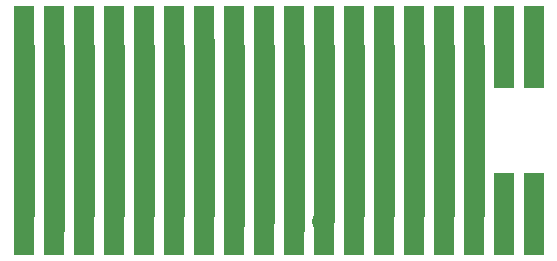
<source format=gbr>
G04 EAGLE Gerber RS-274X export*
G75*
%MOMM*%
%FSLAX34Y34*%
%LPD*%
%INBottom Copper*%
%IPPOS*%
%AMOC8*
5,1,8,0,0,1.08239X$1,22.5*%
G01*
%ADD10R,1.778000X6.985000*%
%ADD11C,1.778000*%


D10*
X24130Y176530D03*
X49530Y176530D03*
X74930Y176530D03*
X100330Y176530D03*
X125730Y176530D03*
X151130Y176530D03*
X176530Y176530D03*
X201930Y176530D03*
X227330Y176530D03*
X252730Y176530D03*
X278130Y176530D03*
X303530Y176530D03*
X328930Y176530D03*
X354330Y176530D03*
X379730Y176530D03*
X405130Y176530D03*
X430530Y176530D03*
X455930Y176530D03*
X455930Y35560D03*
X430530Y35560D03*
X405130Y35560D03*
X379730Y35560D03*
X354330Y35560D03*
X328930Y35560D03*
X303530Y35560D03*
X278130Y35560D03*
X252730Y35560D03*
X227330Y35560D03*
X201930Y35560D03*
X176530Y35560D03*
X151130Y35560D03*
X125730Y35560D03*
X100330Y35560D03*
X74930Y35560D03*
X49530Y35560D03*
X24130Y35560D03*
D11*
X405130Y35560D02*
X405130Y176530D01*
X379730Y176530D02*
X379730Y35560D01*
X354330Y35560D02*
X354330Y138430D01*
X354330Y166370D01*
X354330Y176530D01*
X328930Y176530D02*
X328930Y78740D01*
X328930Y50800D01*
X328930Y35560D01*
X303530Y35560D02*
X303530Y176530D01*
X278130Y176530D02*
X278130Y57150D01*
X278130Y35560D02*
X278130Y30480D01*
X276860Y29210D01*
X278130Y35560D02*
X278130Y57150D01*
X252730Y57150D02*
X252730Y176530D01*
X252730Y35560D02*
X252730Y22860D01*
X252730Y35560D02*
X252730Y57150D01*
X227330Y46990D02*
X227330Y176530D01*
X227330Y35560D02*
X227330Y29210D01*
X227330Y35560D02*
X227330Y46990D01*
X201930Y44450D02*
X201930Y176530D01*
X201930Y35560D02*
X201930Y26670D01*
X201930Y35560D02*
X201930Y44450D01*
X176530Y35560D02*
X176530Y162560D01*
X176530Y176530D02*
X176530Y181610D01*
X176530Y176530D02*
X176530Y162560D01*
X151130Y176530D02*
X151130Y35560D01*
X125730Y35560D02*
X125730Y176530D01*
X100330Y176530D02*
X100330Y35560D01*
X74930Y35560D02*
X74930Y176530D01*
X49530Y176530D02*
X49530Y46990D01*
X49530Y35560D02*
X49530Y22860D01*
X49530Y35560D02*
X49530Y46990D01*
X24130Y35560D02*
X24130Y176530D01*
M02*

</source>
